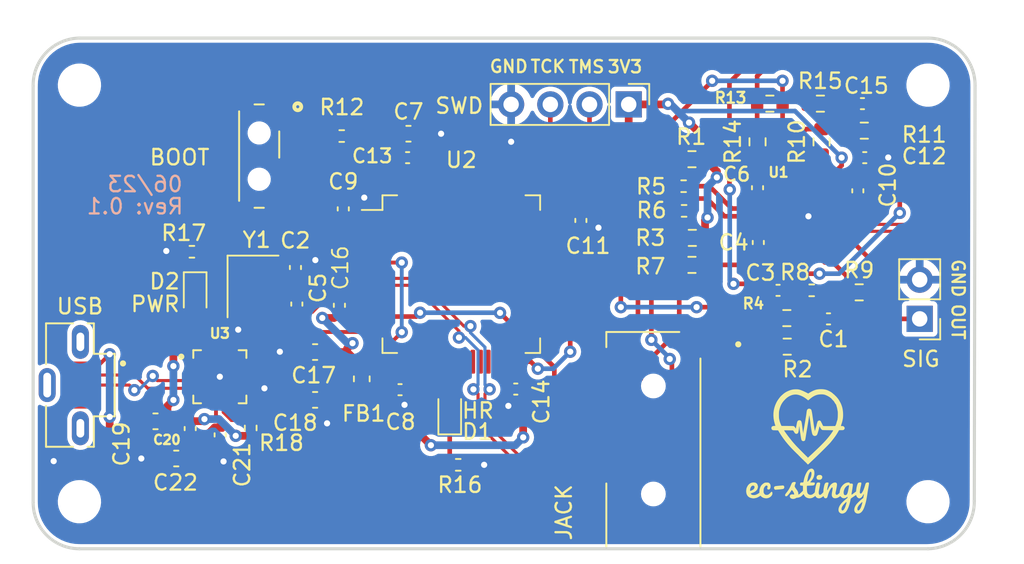
<source format=kicad_pcb>
(kicad_pcb (version 20211014) (generator pcbnew)
  (title_block (title "ec-stingy") (date "2023-07-19") (rev "0.1") (company "Steve Farra"))
  (layers (0 "F.Cu" signal) (31 "B.Cu" signal) (34 "B.Paste" user) (35 "F.Paste" user) (36 "B.SilkS" user "B.Silkscreen") (37 "F.SilkS" user "F.Silkscreen") (38 "B.Mask" user) (39 "F.Mask" user) (44 "Edge.Cuts" user))
  (net 0 "")
  (net 1 "Net-(C1-Pad1)")
  (net 2 "/ADC1_IN1")
  (net 3 "/RCC_OSC_IN")
  (net 4 "GND")
  (net 5 "/OPAMP+")
  (net 6 "/REFOUT")
  (net 7 "/RLDFB")
  (net 8 "/RLD")
  (net 9 "/RCC_OSC_OUT")
  (net 10 "/HPDRIVE")
  (net 11 "/HPSENSE")
  (net 12 "+3.3V")
  (net 13 "/NRST")
  (net 14 "/REFIN")
  (net 15 "/SW")
  (net 16 "+3.3VA")
  (net 17 "+5V")
  (net 18 "/HR_LED_K")
  (net 19 "/LED")
  (net 20 "/PWR_LED_K")
  (net 21 "/RL")
  (net 23 "/LA")
  (net 24 "/RA")
  (net 25 "/TMS")
  (net 26 "/TCK")
  (net 27 "/USB_D-")
  (net 28 "/USB_D+")
  (net 30 "/IAOUT")
  (net 31 "/IN+")
  (net 32 "/IN-")
  (net 33 "/OPAMP-")
  (net 34 "/SW_BOOT0")
  (net 35 "/BOOT0")
  (net 36 "Net-(R13-Pad1)")
  (net 37 "Net-(R18-Pad2)")
  (net 38 "/AD8232_LOD_N")
  (net 39 "/AD8232_LOD_P")
  (net 43 "unconnected-(U2-Pad8)")
  (net 46 "/USART2_TX")
  (footprint "Capacitor_SMD:C_0402_1005Metric" (layer "F.Cu") (at 98.82 29.92 -90)
    (fp_text reference "C10")
    (fp_text value "100n")
  )
  (footprint "AD8232:LFCSP_20" (layer "F.Cu") (at 95.62 31.57)
    (fp_text reference "U1")
    (fp_text value "AD8232")
  )
  (footprint "Resistor_SMD:R_0603_1608Metric" (layer "F.Cu") (at 96.395 24.27)
    (fp_text reference "R15")
    (fp_text value "1.27Meg")
  )
  (footprint "Inductor_SMD:L_0603_1608Metric" (layer "F.Cu") (at 66.67 42.1075 -90)
    (fp_text reference "FB1")
    (fp_text value "120R")
  )
  (footprint "105133-0011:MOLEX_105133-0011" (layer "F.Cu") (at 48.43 42.51 -90)
    (fp_text reference "J4")
    (fp_text value "105133-0011")
  )
  (footprint "Resistor_SMD:R_0603_1608Metric" (layer "F.Cu") (at 99.24 26.02)
    (fp_text reference "R11")
    (fp_text value "10Meg")
  )
  (footprint "MountingHole:MountingHole_2.2mm_M2" (layer "F.Cu") (at 48.37 23.07)
    (fp_text reference "H4")
    (fp_text value "MountingHole")
  )
  (footprint "Capacitor_SMD:C_0402_1005Metric" (layer "F.Cu") (at 96.92 38.22)
    (fp_text reference "C1")
    (fp_text value "1.5n")
  )
  (footprint "Resistor_SMD:R_0603_1608Metric" (layer "F.Cu") (at 88.095 32.97 180)
    (fp_text reference "R3")
    (fp_text value "10Meg")
  )
  (footprint "Capacitor_SMD:C_0402_1005Metric" (layer "F.Cu") (at 62.46 37.26 -90)
    (fp_text reference "C5")
    (fp_text value "10p")
  )
  (footprint "LED_SMD:LED_0603_1608Metric" (layer "F.Cu") (at 72.37 44.22 90)
    (fp_text reference "D1")
    (fp_text value "LED")
  )
  (footprint "Capacitor_SMD:C_0603_1608Metric" (layer "F.Cu") (at 53.3 44.86 180)
    (fp_text reference "C19")
    (fp_text value "4.7u")
  )
  (footprint "Resistor_SMD:R_0603_1608Metric" (layer "F.Cu") (at 92.32 26.745 90)
    (fp_text reference "R14")
    (fp_text value "9.09Meg")
  )
  (footprint "Capacitor_SMD:C_0402_1005Metric" (layer "F.Cu") (at 76.65 42.77 180)
    (fp_text reference "C14")
    (fp_text value "100n")
  )
  (footprint "MountingHole:MountingHole_2.2mm_M2" (layer "F.Cu") (at 48.37 50.07)
    (fp_text reference "H1")
    (fp_text value "MountingHole")
  )
  (footprint "Capacitor_SMD:C_0402_1005Metric" (layer "F.Cu") (at 65.22 37.34 90)
    (fp_text reference "C16")
    (fp_text value "10n")
  )
  (footprint "Capacitor_SMD:C_0402_1005Metric" (layer "F.Cu") (at 99.27 27.77 180)
    (fp_text reference "C12")
    (fp_text value "100n")
  )
  (footprint "PCM12SMTR:SW_PCM12SMTR" (layer "F.Cu") (at 60.02 27.67 -90)
    (fp_text reference "SW1")
    (fp_text value "PCM12SMTR")
  )
  (footprint "Capacitor_SMD:C_0402_1005Metric" (layer "F.Cu") (at 92.32 29.72 90)
    (fp_text reference "C6")
    (fp_text value "3300p")
  )
  (footprint "LOGO" (layer "F.Cu") (at 95.57 46.81)
    (fp_text reference "G***" hide)
    (fp_text value "LOGO" hide)
  )
  (footprint "Resistor_SMD:R_0603_1608Metric" (layer "F.Cu") (at 88.07 27.87 180)
    (fp_text reference "R1")
    (fp_text value "10Meg")
  )
  (footprint "Capacitor_SMD:C_0603_1608Metric" (layer "F.Cu") (at 69.695 26.22)
    (fp_text reference "C7")
    (fp_text value "10u")
  )
  (footprint "Resistor_SMD:R_0603_1608Metric" (layer "F.Cu") (at 93.12 24.27)
    (fp_text reference "R13")
    (fp_text value "9.09Meg")
  )
  (footprint "Resistor_SMD:R_0603_1608Metric" (layer "F.Cu") (at 88.07 34.72 180)
    (fp_text reference "R7")
    (fp_text value "360k")
  )
  (footprint "Capacitor_SMD:C_0402_1005Metric" (layer "F.Cu") (at 93.65 36.37)
    (fp_text reference "C3")
    (fp_text value "10n")
  )
  (footprint "MountingHole:MountingHole_2.2mm_M2" (layer "F.Cu") (at 103.37 50.07)
    (fp_text reference "H2")
    (fp_text value "MountingHole")
  )
  (footprint "Capacitor_SMD:C_0402_1005Metric" (layer "F.Cu") (at 65.47 31.09 90)
    (fp_text reference "C9")
    (fp_text value "100n")
  )
  (footprint "Connector_PinHeader_2.54mm:PinHeader_1x02_P2.54mm_Vertical" (layer "F.Cu") (at 102.83 38.22 180)
    (fp_text reference "J2")
    (fp_text value "Conn_01x02_Male")
  )
  (footprint "Capacitor_SMD:C_0402_1005Metric" (layer "F.Cu") (at 99.12 24.27 180)
    (fp_text reference "C15")
    (fp_text value "3300p")
  )
  (footprint "Capacitor_SMD:C_0402_1005Metric" (layer "F.Cu") (at 62.37 34.89 90)
    (fp_text reference "C2")
    (fp_text value "10p")
  )
  (footprint "Resistor_SMD:R_0402_1005Metric" (layer "F.Cu") (at 65.37 26.37)
    (fp_text reference "R12")
    (fp_text value "10k")
  )
  (footprint "Capacitor_SMD:C_0603_1608Metric" (layer "F.Cu") (at 63.645 40.37 180)
    (fp_text reference "C17")
    (fp_text value "1u")
  )
  (footprint "Resistor_SMD:R_0402_1005Metric" (layer "F.Cu") (at 87.56 31.22 180)
    (fp_text reference "R6")
    (fp_text value "180k")
  )
  (footprint "Resistor_SMD:R_0603_1608Metric" (layer "F.Cu") (at 94.22 38.17)
    (fp_text reference "R4")
    (fp_text value "287k")
  )
  (footprint "Resistor_SMD:R_0402_1005Metric" (layer "F.Cu") (at 87.53 29.62 180)
    (fp_text reference "R5")
    (fp_text value "180k")
  )
  (footprint "Resistor_SMD:R_0402_1005Metric" (layer "F.Cu") (at 95.83 36.37)
    (fp_text reference "R8")
    (fp_text value "100k")
  )
  (footprint "CP2102N-A02-GQFN20R:SILABS_CP2102N-A02-GQFN20R" (layer "F.Cu") (at 57.47 41.97)
    (fp_text reference "U3")
    (fp_text value "CP2102N-A02-GQFN20R")
  )
  (footprint "Resistor_SMD:R_0603_1608Metric" (layer "F.Cu") (at 96.47 26.745 -90)
    (fp_text reference "R10")
    (fp_text value "10Meg")
  )
  (footprint "PJ-320D-A:HRO_PJ-320D-A" (layer "F.Cu") (at 85.57 46.07 90)
    (fp_text reference "J1")
    (fp_text value "PJ-320D-A")
  )
  (footprint "LED_SMD:LED_0603_1608Metric" (layer "F.Cu") (at 55.87 36.6825 -90)
    (fp_text reference "D2")
    (fp_text value "LED")
  )
  (footprint "Resistor_SMD:R_0603_1608Metric" (layer "F.Cu") (at 98.91 36.5)
    (fp_text reference "R9")
    (fp_text value "1Meg")
  )
  (footprint "Capacitor_SMD:C_0402_1005Metric" (layer "F.Cu") (at 69.15 42.81)
    (fp_text reference "C8")
    (fp_text value "100n")
  )
  (footprint "Resistor_SMD:R_0402_1005Metric" (layer "F.Cu") (at 72.92 47.68)
    (fp_text reference "R16")
    (fp_text value "1k")
  )
  (footprint "Capacitor_SMD:C_0402_1005Metric" (layer "F.Cu") (at 55.55 45.33 -90)
    (fp_text reference "C20")
    (fp_text value "100n")
  )
  (footprint "Capacitor_SMD:C_0603_1608Metric" (layer "F.Cu") (at 54.645 47.27 180)
    (fp_text reference "C22")
    (fp_text value "4.7u")
  )
  (footprint "Resistor_SMD:R_0402_1005Metric" (layer "F.Cu") (at 59.47 45.29 90)
    (fp_text reference "R18")
    (fp_text value "1k")
  )
  (footprint "Connector_PinHeader_2.54mm:PinHeader_1x04_P2.54mm_Vertical" (layer "F.Cu") (at 83.97 24.32 -90)
    (fp_text reference "J3")
    (fp_text value "Conn_01x04_Male")
  )
  (footprint "Crystal:Crystal_SMD_3225-4Pin_3.2x2.5mm" (layer "F.Cu") (at 59.62 36.12 -90)
    (fp_text reference "Y1")
    (fp_text value "16MHz")
  )
  (footprint "Capacitor_SMD:C_0603_1608Metric" (layer "F.Cu") (at 63.645 43.47)
    (fp_text reference "C18")
    (fp_text value "1u")
  )
  (footprint "Capacitor_SMD:C_0402_1005Metric" (layer "F.Cu") (at 69.64 27.77)
    (fp_text reference "C13")
    (fp_text value "100n")
  )
  (footprint "Capacitor_SMD:C_0402_1005Metric" (layer "F.Cu") (at 57.49 45.74 -90)
    (fp_text reference "C21")
    (fp_text value "100n")
  )
  (footprint "Capacitor_SMD:C_0402_1005Metric" (layer "F.Cu") (at 80.87 31.84 -90)
    (fp_text reference "C11")
    (fp_text value "100n")
  )
  (footprint "MountingHole:MountingHole_2.2mm_M2" (layer "F.Cu") (at 103.37 23.07)
    (fp_text reference "H3")
    (fp_text value "MountingHole")
  )
  (footprint "Resistor_SMD:R_0402_1005Metric" (layer "F.Cu") (at 55.66 33.87 180)
    (fp_text reference "R17")
    (fp_text value "1k")
  )
  (footprint "Package_QFP:LQFP-64_10x10mm_P0.5mm" (layer "F.Cu") (at 73.12 35.32)
    (fp_text reference "U2")
    (fp_text value "STM32F334R8T6")
  )
  (footprint "Capacitor_SMD:C_0402_1005Metric" (layer "F.Cu") (at 92.37 33.27 -90)
    (fp_text reference "C4")
    (fp_text value "1n")
  )
  (footprint "Resistor_SMD:R_0603_1608Metric" (layer "F.Cu") (at 94.245 40.02 180)
    (fp_text reference "R2")
    (fp_text value "287k")
  )
  (gr_line (start 45.37 23.12) (end 45.37 50.12) (layer "Edge.Cuts") (width 0.2))
  (gr_arc (start 45.37 23.12) (mid 46.227725 20.948436) (end 48.37 20.02) (layer "Edge.Cuts") (width 0.2))
  (gr_arc (start 48.37 53.12) (mid 46.24868 52.24132) (end 45.37 50.12) (layer "Edge.Cuts") (width 0.2))
  (gr_arc (start 106.37 50.02) (mid 105.512275 52.191564) (end 103.37 53.12) (layer "Edge.Cuts") (width 0.2))
  (gr_line (start 103.37 53.12) (end 48.37 53.12) (layer "Edge.Cuts") (width 0.2))
  (gr_arc (start 103.37 20.02) (mid 105.544571 20.93137) (end 106.419576 23.120826) (layer "Edge.Cuts") (width 0.2))
  (gr_line (start 106.419576 23.120826) (end 106.37 50.02) (layer "Edge.Cuts") (width 0.2))
  (gr_line (start 48.37 20.02) (end 103.37 20.02) (layer "Edge.Cuts") (width 0.2))
  (gr_text "06/23" (at 52.62 29.49) (layer "B.SilkS") (effects (font (size 1 1)) (justify mirror)))
  (gr_text "Rev: 0.1" (at 51.97 30.93) (layer "B.SilkS") (effects (font (size 1 1)) (justify mirror)))
  (gr_text "JACK" (at 79.77 50.76 90) (layer "F.SilkS") (effects (font (size 1 1))))
  (gr_text "TCK" (at 78.73 21.86) (layer "F.SilkS") (effects (font (size 0.8 0.8))))
  (gr_text "HR" (at 74.2 44.17) (layer "F.SilkS") (effects (font (size 1 1))))
  (gr_text "SWD" (at 72.99 24.41) (layer "F.SilkS") (effects (font (size 1 1))))
  (gr_text "SIG" (at 102.91 40.82) (layer "F.SilkS") (effects (font (size 1 1))))
  (gr_text "BOOT" (at 54.86 27.75) (layer "F.SilkS") (effects (font (size 1 1))))
  (gr_text "GND" (at 76.2 21.86) (layer "F.SilkS") (effects (font (size 0.8 0.8))))
  (gr_text "GND" (at 105.32 35.59 270) (layer "F.SilkS") (effects (font (size 0.8 0.8))))
  (gr_text "OUT" (at 105.32 38.41 270) (layer "F.SilkS") (effects (font (size 0.8 0.8))))
  (gr_text "TMS" (at 81.24 21.88) (layer "F.SilkS") (effects (font (size 0.8 0.8))))
  (gr_text "USB" (at 48.4 37.41) (layer "F.SilkS") (effects (font (size 1 1))))
  (gr_text "3V3" (at 83.73 21.88) (layer "F.SilkS") (effects (font (size 0.8 0.8))))
  (gr_text "PWR" (at 53.28 37.26) (layer "F.SilkS") (effects (font (size 1 1))))
  (segment (start 96.44 38.22) (end 95.095 38.22) (width 0.3) (layer "F.Cu") (net 1))
  (segment (start 95.045 39.995) (end 95.07 40.02) (width 0.3) (layer "F.Cu") (net 1))
  (segment (start 95.045 38.17) (end 95.045 39.995) (width 0.3) (layer "F.Cu") (net 1))
  (segment (start 95.095 38.22) (end 95.045 38.17) (width 0.3) (layer "F.Cu") (net 1))
  (segment (start 99.74 34.48) (end 99.74 36.495) (width 0.3) (layer "F.Cu") (net 2))
  (segment (start 98.68 33.42) (end 99.74 34.48) (width 0.3) (layer "F.Cu") (net 2))
  (segment (start 99.735 45.325) (end 94.45 50.61) (width 0.3) (layer "F.Cu") (net 2))
  (segment (start 99.71 38.22) (end 102.83 38.22) (width 0.3) (layer "F.Cu") (net 2))
  (segment (start 82.01 50.61) (end 79.16 47.76) (width 0.3) (layer "F.Cu") (net 2))
  (segment (start 67.445 38.07) (end 70.2 38.07) (width 0.3) (layer "F.Cu") (net 2))
  (segment (start 99.735 38.195) (end 99.735 45.325) (width 0.3) (layer "F.Cu") (net 2))
  (segment (start 99.735 36.5) (end 99.735 38.195) (width 0.3) (layer "F.Cu") (net 2))
  (segment (start 96.62 33.42) (end 98.68 33.42) (width 0.3) (layer "F.Cu") (net 2))
  (segment (start 97.4 38.22) (end 98.77 38.22) (width 0.3) (layer "F.Cu") (net 2))
  (segment (start 79.16 47.5) (end 79.15 47.49) (width 0.3) (layer "F.Cu") (net 2))
  (segment (start 79.15 47.49) (end 79.15 41.35) (width 0.3) (layer "F.Cu") (net 2))
  (segment (start 99.735 38.195) (end 99.71 38.22) (width 0.3) (layer "F.Cu") (net 2))
  (segment (start 94.45 50.61) (end 82.01 50.61) (width 0.3) (layer "F.Cu") (net 2))
  (segment (start 70.2 38.07) (end 70.45 37.82) (width 0.3) (layer "F.Cu") (net 2))
  (segment (start 99.74 36.495) (end 99.735 36.5) (width 0.3) (layer "F.Cu") (net 2))
  (segment (start 79.15 41.35) (end 75.63 37.83) (width 0.3) (layer "F.Cu") (net 2))
  (segment (start 98.77 38.22) (end 99.71 38.22) (width 0.3) (layer "F.Cu") (net 2))
  (segment (start 79.16 47.76) (end 79.16 47.5) (width 0.3) (layer "F.Cu") (net 2))
  (via (at 70.45 37.82) (size 0.8) (drill 0.4) (layers "F.Cu" "B.Cu") (net 2))
  (via (at 75.63 37.83) (size 0.8) (drill 0.4) (layers "F.Cu" "B.Cu") (net 2))
  (segment (start 75.62 37.82) (end 70.45 37.82) (width 0.3) (layer "B.Cu") (net 2))
  (segment (start 75.63 37.83) (end 75.62 37.82) (width 0.3) (layer "B.Cu") (net 2))
  (segment (start 64.32 35.37) (end 62.37 35.37) (width 0.3) (layer "F.Cu") (net 3))
  (segment (start 62.37 35.37) (end 61.67 36.07) (width 0.3) (layer "F.Cu") (net 3))
  (segment (start 59.52 36.07) (end 58.77 35.32) (width 0.3) (layer "F.Cu") (net 3))
  (segment (start 67.445 33.57) (end 66.12 33.57) (width 0.3) (layer "F.Cu") (net 3))
  (segment (start 58.77 35.32) (end 58.77 35.02) (width 0.3) (layer "F.Cu") (net 3))
  (segment (start 61.67 36.07) (end 59.52 36.07) (width 0.3) (layer "F.Cu") (net 3))
  (segment (start 66.12 33.57) (end 64.32 35.37) (width 0.3) (layer "F.Cu") (net 3))
  (segment (start 78.795 32.07) (end 79.72 32.07) (width 0.3) (layer "F.Cu") (net 4))
  (segment (start 66.58 30.61) (end 66.83 30.36) (width 0.3) (layer "F.Cu") (net 4))
  (segment (start 70.47 27.22) (end 70.47 26.22) (width 0.3) (layer "F.Cu") (net 4))
  (segment (start 63.26 29.92) (end 63.96 30.62) (width 0.3) (layer "F.Cu") (net 4))
  (segment (start 57.49 46.22) (end 57.49 47.24) (width 0.3) (layer "F.Cu") (net 4))
  (segment (start 66.52 37.07) (end 66.27 36.82) (width 0.3) (layer "F.Cu") (net 4))
  (segment (start 47.58 43.81) (end 46.71 44.68) (width 0.3) (layer "F.Cu") (net 4))
  (segment (start 96.12 31.07) (end 95.62 31.57) (width 0.3) (layer "F.Cu") (net 4))
  (segment (start 62.46 37.74) (end 63.45 37.74) (width 0.3) (layer "F.Cu") (net 4))
  (segment (start 55.74 45.76) (end 55.72 45.78) (width 0.3) (layer "F.Cu") (net 4))
  (segment (start 69.87 40.995) (end 69.87 42.57) (width 0.25) (layer "F.Cu") (net 4))
  (segment (start 82 32.32) (end 82.01 32.31) (width 0.3) (layer "F.Cu") (net 4))
  (segment (start 64.59 37.28) (end 65.01 36.86) (width 0.3) (layer "F.Cu") (net 4))
  (segment (start 61.605 38.595) (end 59.535 38.595) (width 0.3) (layer "F.Cu") (net 4))
  (segment (start 63.96 30.62) (end 65.46 30.62) (width 0.3) (layer "F.Cu") (net 4))
  (segment (start 96.62 29.72) (end 96.62 30.57) (width 0.3) (layer "F.Cu") (net 4))
  (segment (start 58.77 37.83) (end 58.77 37.22) (width 0.3) (layer "F.Cu") (net 4))
  (segment (start 62.46 37.74) (end 61.605 38.595) (width 0.3) (layer "F.Cu") (net 4))
  (segment (start 57.22 41.72) (end 56.3 41.72) (width 0.3) (layer "F.Cu") (net 4))
  (segment (start 97.47 31.07) (end 96.12 31.07) (width 0.3) (layer "F.Cu") (net 4))
  (segment (start 59.535 38.595) (end 58.77 37.83) (width 0.3) (layer "F.Cu") (net 4))
  (segment (start 63.91 37.28) (end 64.59 37.28) (width 0.3) (layer "F.Cu") (net 4))
  (segment (start 76.37 41.92) (end 76.17 42.12) (width 0.3) (layer "F.Cu") (net 4))
  (segment (start 100.7805 27.77) (end 100.7905 27.76) (width 0.3) (layer "F.Cu") (net 4))
  (segment (start 70.12 28.47) (end 70.12 27.77) (width 0.3) (layer "F.Cu") (net 4))
  (segment (start 65.46 30.62) (end 65.47 30.61) (width 0.3) (layer "F.Cu") (net 4))
  (segment (start 76.37 40.995) (end 76.37 41.92) (width 0.3) (layer "F.Cu") (net 4))
  (segment (start 76.17 42.12) (end 76.17 42.77) (width 0.3) (layer "F.Cu") (net 4))
  (segment (start 61.64 34.41) (end 62.37 34.41) (width 0.3) (layer "F.Cu") (net 4))
  (segment (start 70.47 26.22) (end 71.81 26.22) (width 0.3) (layer "F.Cu") (net 4))
  (segment (start 53.87 47.27) (end 52.6 46) (width 0.3) (layer "F.Cu") (net 4))
  (segment (start 61.03 35.02) (end 61.64 34.41) (width 0.3) (layer "F.Cu") (net 4))
  (segment (start 54.05 33.87) (end 54 33.82) (width 0.3) (layer "F.Cu") (net 4))
  (segment (start 69.87 42.57) (end 69.63 42.81) (width 0.25) (layer "F.Cu") (net 4))
  (segment (start 67.445 37.07) (end 66.52 37.07) (width 0.3) (layer "F.Cu") (net 4))
  (segment (start 98.82 30.4) (end 98.79 30.4) (width 0.3) (layer "F.Cu") (net 4))
  (segment (start 99.76 27.78) (end 99.75 27.77) (width 0.3) (layer "F.Cu") (net 4))
  (segment (start 80.87 32.32) (end 82 32.32) (width 0.3) (layer "F.Cu") (net 4))
  (segment (start 60.47 35.02) (end 61.03 35.02) (width 0.3) (layer "F.Cu") (net 4))
  (segment (start 55.33 45.81) (end 53.87 47.27) (width 0.3) (layer "F.Cu") (net 4))
  (segment (start 55.15 33.87) (end 54.05 33.87) (width 0.3) (layer "F.Cu") (net 4))
  (segment (start 79.72 32.07) (end 79.97 32.32) (width 0.3) (layer "F.Cu") (net 4))
  (segment (start 76.17 42.77) (end 76.17 43.86) (width 0.3) (layer "F.Cu") (net 4))
  (segment (start 76.35 24.32) (end 76.35 26.74) (width 0.3) (layer "F.Cu") (net 4))
  (segment (start 100.065 27.035) (end 100.065 26.02) (width 0.3) (layer "F.Cu") (net 4))
  (segment (start 58.77 38.81) (end 58.66 38.92) (width 0.3) (layer "F.Cu") (net 4))
  (segment (start 73.43 47.68) (end 74.6 47.68) (width 0.3) (layer "F.Cu") (net 4))
  (segment (start 57.49 47.24) (end 57.71 47.46) (width 0.3) (layer "F.Cu") (net 4))
  (segment (start 52.6 46) (end 52.6 44.935) (width 0.3) (layer "F.Cu") (net 4))
  (segment (start 53.87 47.27) (end 52.38 47.27) (width 0.3) (layer "F.Cu") (net 4))
  (segment (start 58.77 37.22) (end 58.77 38.81) (width 0.3) (layer "F.Cu") (net 4))
  (segment (start 55.55 45.81) (end 55.33 45.81) (width 0.3) (layer "F.Cu") (net 4))
  (segment (start 46.71 44.68) (end 46.7 44.69) (width 0.3) (layer "F.Cu") (net 4))
  (segment (start 98.12 31.07) (end 97.47 31.07) (width 0.3) (layer "F.Cu") (net 4))
  (segment (start 69.87 28.72) (end 70.12 28.47) (width 0.3) (layer "F.Cu") (net 4))
  (segment (start 70.12 27.57) (end 70.47 27.22) (width 0.3) (layer "F.Cu") (net 4))
  (segment (start 59.02 42.72) (end 60.36 42.72) (width 0.3) (layer "F.Cu") (net 4))
  (segment (start 62.87 40.37) (end 61.38 40.37) (width 0.3) (layer "F.Cu") (net 4))
  (segment (start 69.87 29.645) (end 69.87 28.72) (width 0.3) (layer "F.Cu") (net 4))
  (segment (start 48.18 43.81) (end 47.58 43.81) (width 0.3) (layer "F.Cu") (net 4))
  (segment (start 70.12 27.77) (end 70.12 27.57) (width 0.3) (layer "F.Cu") (net 4))
  (segment (start 61.77 29.92) (end 63.26 29.92) (width 0.3) (layer "F.Cu") (net 4))
  (segment (start 57.47 41.97) (end 57.22 41.72) (width 0.3) (layer "F.Cu") (net 4))
  (segment (start 99.75 27.77) (end 100.7805 27.77) (width 0.3) (layer "F.Cu") (net 4))
  (segment (start 58.22 42.72) (end 57.47 41.97) (width 0.3) (layer "F.Cu") (net 4))
  (segment (start 61.38 40.37) (end 61.36 40.35) (width 0.3) (layer "F.Cu") (net 4))
  (segment (start 66.27 36.82) (end 65.26 36.82) (width 0.3) (layer "F.Cu") (net 4))
  (segment (start 63.45 37.74) (end 63.91 37.28) (width 0.3) (layer "F.Cu") (net 4))
  (segment (start 69.63 42.81) (end 69.63 43.6) (width 0.25) (layer "F.Cu") (net 4))
  (segment (start 62.37 34.41) (end 63.66 34.41) (width 0.3) (layer "F.Cu") (net 4))
  (segment (start 96.62 30.57) (end 95.62 31.57) (width 0.3) (layer "F.Cu") (net 4))
  (segment (start 79.97 32.32) (end 80.87 32.32) (width 0.3) (layer "F.Cu") (net 4))
  (segment (start 65.47 30.61) (end 66.58 30.61) (width 0.3) (layer "F.Cu") (net 4))
  (segment (start 69.63 43.6) (end 69.44 43.79) (width 0.25) (layer "F.Cu") (net 4))
  (segment (start 65.26 36.82) (end 65.22 36.86) (width 0.3) (layer "F.Cu") (net 4))
  (segment (start 64.42 43.47) (end 64.42 44.99) (width 0.3) (layer "F.Cu") (net 4))
  (segment (start 99.75 27.35) (end 100.065 27.035) (width 0.3) (layer "F.Cu") (net 4))
  (segment (start 59.02 42.72) (end 58.22 42.72) (width 0.3) (layer "F.Cu") (net 4))
  (segment (start 52.6 44.935) (end 52.525 44.86) (width 0.3) (layer "F.Cu") (net 4))
  (segment (start 46.7 44.69) (end 46.7 47.44) (width 0.3) (layer "F.Cu") (net 4))
  (segment (start 98.79 30.4) (end 98.12 31.07) (width 0.3) (layer "F.Cu") (net 4))
  (segment (start 65.01 36.86) (end 65.22 36.86) (width 0.3) (layer "F.Cu") (net 4))
  (segment (start 99.75 27.77) (end 99.75 27.35) (width 0.3) (layer "F.Cu") (net 4))
  (via (at 52.38 47.27) (size 0.8) (drill 0.4) (layers "F.Cu" "B.Cu") (net 4))
  (via (at 60.36 42.72) (size 0.8) (drill 0.4) (layers "F.Cu" "B.Cu") (net 4))
  (via (at 76.17 43.86) (size 0.8) (drill 0.4) (layers "F.Cu" "B.Cu") (net 4))
  (via (at 63.66 34.41) (size 0.8) (drill 0.4) (layers "F.Cu" "B.Cu") (net 4))
  (via (at 57.71 47.46) (size 0.8) (drill 0.4) (layers "F.Cu" "B.Cu") (net 4))
  (via (at 64.42 44.99) (size 0.8) (drill 0.4) (layers "F.Cu" "B.Cu") (net 4))
  (via (at 82.01 32.31) (size 0.8) (drill 0.4) (layers "F.Cu" "B.Cu") (net 4))
  (via (at 57.47 41.97) (size 0.8) (drill 0.4) (layers "F.Cu" "B.Cu") (net 4))
  (via (at 58.66 38.92) (size 0.8) (drill 0.4) (layers "F.Cu" "B.Cu") (net 4))
  (via (at 95.62 31.57) (size 0.8) (drill 0.4) (layers "F.Cu" "B.Cu") (net 4))
  (via (at 46.7 47.44) (size 0.8) (drill 0.4) (layers "F.Cu" "B.Cu") (net 4))
  (via (at 61.36 40.35) (size 0.8) (drill 0.4) (layers "F.Cu" "B.Cu") (net 4))
  (via (at 66.83 30.36) (size 0.8) (drill 0.4) (layers "F.Cu" "B.Cu") (net 4))
  (via (at 69.44 43.79) (size 0.8) (drill 0.4) (layers "F.Cu" "B.Cu") (net 4))
  (via (at 71.81 26.22) (size 0.8) (drill 0.4) (layers "F.Cu" "B.Cu") (net 4))
  (via (at 76.35 26.74) (size 0.8) (drill 0.4) (layers "F.Cu" "B.Cu") (net 4))
  (via (at 54 33.82) (size 0.8) (drill 0.4) (layers "F.Cu" "B.Cu") (net 4))
  (via (at 100.7905 27.76) (size 0.8) (drill 0.4) (layers "F.Cu" "B.Cu") (net 4))
  (via (at 74.6 47.68) (size 0.8) (drill 0.4) (layers "F.Cu" "B.Cu") (net 4))
  (segment (start 93.4 37.16) (end 93.4 38.165) (width 0.3) (layer "F.Cu") (net 5))
  (segment (start 93.17 36.37) (end 93.17 35.945) (width 0.3) (layer "F.Cu") (net 5))
  (segment (start 95.12 33.995) (end 95.12 33.42) (width 0.3) (layer "F.Cu") (net 5))
  (segment (start 93.17 37.945) (end 93.395 38.17) (width 0.3) (layer "F.Cu") (net 5))
  (segment (start 93.17 36.93) (end 93.4 37.16) (width 0.3) (layer "F.Cu") (net 5))
  (segment (start 93.17 36.37) (end 93.17 36.93) (width 0.3) (layer "F.Cu") (net 5))
  (segment (start 93.4 38.165) (end 93.395 38.17) (width 0.3) (layer "F.Cu") (net 5))
  (segment (start 93.17 35.945) (end 95.12 33.995) (width 0.3) (layer "F.Cu") (net 5))
  (segment (start 95.62 34.77) (end 95.62 33.42) (width 0.3) (layer "F.Cu") (net 6))
  (segment (start 101.54 25.4) (end 101.54 31.35) (width 0.3) (layer "F.Cu") (net 6))
  (segment (start 96.34 35.29) (end 95.36 35.29) (width 0.3) (layer "F.Cu") (net 6))
  (segment (start 99.6 24.27) (end 100.41 24.27) (width 0.3) (layer "F.Cu") (net 6))
  (segment (start 100.41 24.27) (end 101.54 25.4) (width 0.3) (layer "F.Cu") (net 6))
  (segment (start 95.32 36.37) (end 94.13 36.37) (width 0.3) (layer "F.Cu") (net 6))
  (segment (start 95.36 35.29) (end 95.32 35.33) (width 0.3) (layer "F.Cu") (net 6))
  (segment (start 95.32 35.07) (end 95.62 34.77) (width 0.3) (layer "F.Cu") (net 6))
  (segment (start 95.32 35.33) (end 95.32 35.07) (width 0.3) (layer "F.Cu") (net 6))
  (segment (start 95.32 36.37) (end 95.32 35.33) (width 0.3) (layer "F.Cu") (net 6))
  (via (at 101.54 31.35) (size 0.8) (drill 0.4) (layers "F.Cu" "B.Cu") (net 6))
  (via (at 96.34 35.29) (size 0.8) (drill 0.4) (layers "F.Cu" "B.Cu") (net 6))
  (segment (start 101.54 31.35) (end 97.6 35.29) (width 0.3) (layer "B.Cu") (net 6))
  (segment (start 97.6 35.29) (end 96.34 35.29) (width 0.3) (layer "B.Cu") (net 6))
  (segment (start 92.37 32.79) (end 92.37 32.42) (width 0.3) (layer "F.Cu") (net 7))
  (segment (start 92.37 32.42) (end 92.72 32.07) (width 0.3) (layer "F.Cu") (net 7))
  (segment (start 92.72 32.07) (end 93.77 32.07) (width 0.3) (layer "F.Cu") (net 7))
  (segment (start 91.4 34.72) (end 92.37 33.75) (width 0.3) (layer "F.Cu") (net 8))
  (segment (start 92.59 33.75) (end 93.77 32.57) (width 0.3) (layer "F.Cu") (net 8))
  (segment (start 88.895 34.72) (end 91.4 34.72) (width 0.3) (layer "F.Cu") (net 8))
  (segment (start 92.37 33.75) (end 92.59 33.75) (width 0.3) (layer "F.Cu") (net 8))
  (segment (start 60.47 37.22) (end 60.91 36.78) (width 0.3) (layer "F.Cu") (net 9))
  (segment (start 60.91 36.78) (end 62.46 36.78) (width 0.3) (layer "F.Cu") (net 9))
  (segment (start 62.46 36.78) (end 63.858959 36.78) (width 0.3) (layer "F.Cu") (net 9))
  (segment (start 63.858959 36.78) (end 66.568959 34.07) (width 0.3) (layer "F.Cu") (net 9))
  (segment (start 66.568959 34.07) (end 67.445 34.07) (width 0.3) (layer "F.Cu") (net 9))
  (segment (start 93.4 30.2) (end 93.77 30.57) (width 0.3) (layer "F.Cu") (net 10))
  (segment (start 92.32 30.2) (end 93.4 30.2) (width 0.3) (layer "F.Cu") (net 10))
  (segment (start 93.19 29.24) (end 93.67 29.72) (width 0.3) (layer "F.Cu") (net 11))
  (segment (start 93.67 29.72) (end 94.62 29.72) (width 0.3) (layer "F.Cu") (net 11))
  (segment (start 92.32 29.24) (end 93.19 29.24) (width 0.3) (layer "F.Cu") (net 11))
  (segment (start 92.32 27.57) (end 92.32 29.24) (width 0.3) (layer "F.Cu") (net 11))
  (segment (start 61.67 22.49) (end 58.29 22.49) (width 0.5) (layer "F.Cu") (net 12))
  (segment (start 88.92 32.97) (end 88.92 31.81) (width 0.5) (layer "F.Cu") (net 12))
  (segment (start 96.47 27.57) (end 96.47 28.32) (width 0.3) (layer "F.Cu") (net 12))
  (segment (start 82.120661 31.36) (end 82.87 32.109339) (width 0.3) (layer "F.Cu") (net 12))
  (segment (start 54.46 38.88) (end 55.87 37.47) (width 0.5) (layer "F.Cu") (net 12))
  (segment (start 79.93 31.36) (end 80.87 31.36) (width 0.3) (layer "F.Cu") (net 12))
  (segment (start 62.09 45.84) (end 65.55 45.84) (width 0.5) (layer "F.Cu") (net 12))
  (segment (start 66.67 44.72) (end 66.67 42.895) (width 0.5) (layer "F.Cu") (net 12))
  (segment (start 68.12 25.42) (end 68.92 26.22) (width 0.5) (layer "F.Cu") (net 12))
  (segment (start 77.17 42.73) (end 77.13 42.77) (width 0.3) (layer "F.Cu") (net 12))
  (segment (start 68.92 27.17) (end 68.92 26.22) (width 0.3) (layer "F.Cu") (net 12))
  (segment (start 83.97 24.32) (end 86.48 24.32) (width 0.5) (layer "F.Cu") (net 12))
  (segment (start 97.38 28.67) (end 97.77 28.28) (width 0.3) (layer "F.Cu") (net 12))
  (segment (start 98.15 29.44) (end 98.82 29.44) (width 0.3) (layer "F.Cu") (net 12))
  (segment (start 70.37 42.36) (end 70.8 42.79) (width 0.3) (layer "F.Cu") (net 12))
  (segment (start 63.95 33.09) (end 65.47 31.57) (width 0.5) (layer "F.Cu") (net 12))
  (segment (start 63.36 25.42) (end 63.36 24.18) (width 0.5) (layer "F.Cu") (net 12))
  (segment (start 56.338625 44.85) (end 56.471608 44.717017) (width 0.5) (layer "F.Cu") (net 12))
  (segment (start 79.72 31.57) (end 79.93 31.36) (width 0.3) (layer "F.Cu") (net 12))
  (segment (start 80.87 31.36) (end 82.120661 31.36) (width 0.3) (layer "F.Cu") (net 12))
  (segment (start 54.075 44.86) (end 54.075 43.865) (width 0.5) (layer "F.Cu") (net 12))
  (segment (start 89.684691 29.048313) (end 89.684691 28.659691) (width 0.5) (layer "F.Cu") (net 12))
  (segment (start 69.16 27.77) (end 69.16 27.41) (width 0.3) (layer "F.Cu") (net 12))
  (segment (start 99.23 29.44) (end 99.93 30.14) (width 0.3) (layer "F.Cu") (net 12))
  (segment (start 57.08 37.47) (end 57.31 37.24) (width 0.5) (layer "F.Cu") (net 12))
  (segment (start 87.88 25.5) (end 88.9 26.52) (width 0.5) (layer "F.Cu") (net 12))
  (segment (start 97.38 28.67) (end 98.15 29.44) (width 0.3) (layer "F.Cu") (net 12))
  (segment (start 61.77 25.42) (end 63.36 25.42) (width 0.5) (layer "F.Cu") (net 12))
  (segment (start 63.36 25.42) (end 68.12 25.42) (width 0.5) (layer "F.Cu") (net 12))
  (segment (start 80.87 31.36) (end 80.87 29.74) (width 0.5) (layer "F.Cu") (net 12))
  (segment (start 88.92 31.81) (end 89.08 31.65) (width 0.5) (layer "F.Cu") (net 12))
  (segment (start 76.87 40.995) (end 76.87 41.82) (width 0.3) (layer "F.Cu") (net 12))
  (segment (start 86.48 24.32) (end 86.52 24.28) (width 0.5) (layer "F.Cu") (net 12))
  (segment (start 96.12 28.67) (end 96.12 29.72) (width 0.3) (layer "F.Cu") (net 12))
  (segment (start 56.19 31.26) (end 58.02 33.09) (width 0.5) (layer "F.Cu") (net 12))
  (segment (start 59.47 45.8) (end 62.05 45.8) (width 0.5) (layer "F.Cu") (net 12))
  (segment (start 77.17 42.12) (end 77.17 42.73) (width 0.3) (layer "F.Cu") (net 12))
  (segment (start 78.795 31.57) (end 79.72 31.57) (width 0.3) (layer "F.Cu") (net 12))
  (segment (start 63.36 24.18) (end 61.67 22.49) (width 0.5) (layer "F.Cu") (net 12))
  (segment (start 98.82 29.44) (end 99.23 29.44) (width 0.3) (layer "F.Cu") (net 12))
  (segment (start 57.31 33.8) (end 58.02 33.09) (width 0.5) (layer "F.Cu") (net 12))
  (segment (start 57.31 37.24) (end 57.31 33.8) (width 0.5) (layer "F.Cu") (net 12))
  (segment (start 70.58 45.84) (end 71.15 46.41) (width 0.5) (layer "F.Cu") (net 12))
  (segment (start 62.05 45.8) (end 62.09 45.84) (width 0.5) (layer "F.Cu") (net 12))
  (segment (start 97.47 30.57) (end 97.47 30.12) (width 0.3) (layer "F.Cu") (net 12))
  (segment (start 58.5 45.8) (end 59.47 45.8) (width 0.5) (layer "F.Cu") (net 12))
  (segment (start 82.87 32.109339) (end 82.87 35.86) (width 0.3) (layer "F.Cu") (net 12))
  (segment (start 80.18 38.55) (end 80.18 40.35) (width 0.3) (layer "F.Cu") (net 12))
  (segment (start 88.9 27.865) (end 88.895 27.87) (width 0.5) (layer "F.Cu") (net 12))
  (segment (start 55.87 37.47) (end 57.08 37.47) (width 0.5) (layer "F.Cu") (net 12))
  (segment (start 97.47 30.12) (end 98.15 29.44) (width 0.3) (layer "F.Cu") (net 12))
  (segment (start 77.13 45.9) (end 77.13 42.77) (width 0.5) (layer "F.Cu") (net 12))
  (segment (start 96.12 28.67) (end 97.38 28.67) (width 0.3) (layer "F.Cu") (net 12))
  (segment (start 55.55 44.85) (end 55.55 43.96) (width 0.5) (layer "F.Cu") (net 12))
  (segment (start 99.93 30.92) (end 99.28 31.57) (width 0.3) (layer "F.Cu") (net 12))
  (segment (start 97.47 31.57) (end 98.24 31.57) (width 0.3) (layer "F.Cu") (net 12))
  (segment (start 62.87 44.98) (end 62.87 43.47) (width 0.5) (layer "F.Cu") (net 12))
  (segment (start 97.77 28.28) (end 97.77 27.77) (width 0.3) (layer "F.Cu") (net 12))
  (segment (start 69.93 45.84) (end 70.58 45.84) (width 0.5) (layer "F.Cu") (net 12))
  (segment (start 83.97 26.6) (end 83.97 24.32) (width 0.5) (layer "F.Cu") (net 12))
  (segment (start 58.02 33.09) (end 63.95 33.09) (width 0.5) (layer "F.Cu") (net 12))
  (segment (start 76.87 40.995) (end 77.625 40.995) (width 0.3) (layer "F.Cu") (net 12))
  (segment (start 88.9 26.52) (end 88.9 27.865) (width 0.5) (layer "F.Cu") (net 12))
  (segment (start 69.16 28.51) (end 69.16 27.77) (width 0.3) (layer "F.Cu") (net 12))
  (segment (start 54.075 44.86) (end 55.54 44.86) (width 0.5) (layer "F.Cu") (net 12))
  (segment (start 83.99 26.62) (end 83.97 26.6) (width 0.3) (layer "F.Cu") (net 12))
  (segment (start 99.93 30.14) (end 99.93 30.92) (width 0.3) (layer "F.Cu") (net 12))
  (segment (start 55.54 44.86) (end 55.55 44.85) (width 0.5) (layer "F.Cu") (net 12))
  (segment (start 77.625 40.995) (end 78.08 41.45) (width 0.3) (layer "F.Cu") (net 12))
  (segment (start 55.55 44.85) (end 56.338625 44.85) (width 0.5) (layer "F.Cu") (net 12))
  (segment (start 65.47 31.57) (end 67.445 31.57) (width 0.3) (layer "F.Cu") (net 12))
  (segment (start 70.37 40.995) (end 70.37 42.36) (width 0.3) (layer "F.Cu") (net 12))
  (segment (start 55.55 43.96) (end 56.12 43.39) (width 0.5) (layer "F.Cu") (net 12))
  (segment (start 54.075 43.865) (end 54.46 43.48) (width 0.5) (layer "F.Cu") (net 12))
  (segment (start 89.684691 28.659691) (end 88.895 27.87) (width 0.5) (layer "F.Cu") (net 12))
  (segment (start 65.55 45.84) (end 69.93 45.84) (width 0.5) (layer "F.Cu") (net 12))
  (segment (start 69.93 45.84) (end 70.8 44.97) (width 0.5) (layer "F.Cu") (net 12))
  (segment (start 69.37 28.72) (end 69.16 28.51) (width 0.3) (layer "F.Cu") (net 12))
  (segment (start 96.47 28.32) (end 96.12 28.67) (width 0.3) (layer "F.Cu") (net 12))
  (segment (start 69.37 29.645) (end 69.37 28.72) (width 0.3) (layer "F.Cu") (net 12))
  (segment (start 80.87 29.74) (end 83.99 26.62) (width 0.5) (layer "F.Cu") (net 12))
  (segment (start 99.28 31.57) (end 98.24 31.57) (width 0.3) (layer "F.Cu") (net 12))
  (segment (start 56.19 24.59) (end 56.19 31.26) (width 0.5) (layer "F.Cu") (net 12))
  (segment (start 76.87 41.82) (end 77.17 42.12) (width 0.3) (layer "F.Cu") (net 12))
  (segment (start 98.24 31.57) (end 98.23 31.56) (width 0.3) (layer "F.Cu") (net 12))
  (segment (start 69.16 27.41) (end 68.92 27.17) (width 0.3) (layer "F.Cu") (net 12))
  (segment (start 70.8 44.97) (end 70.8 42.79) (width 0.5) (layer "F.Cu") (net 12))
  (segment (start 58.29 22.49) (end 56.19 24.59) (width 0.5) (layer "F.Cu") (net 12))
  (segment (start 54.46 41.28) (end 54.46 38.88) (width 0.5) (layer "F.Cu") (net 12))
  (segment (start 62.05 45.8) (end 62.87 44.98) (width 0.5) (layer "F.Cu") (net 12))
  (segment (start 82.87 35.86) (end 80.18 38.55) (width 0.3) (layer "F.Cu") (net 12))
  (segment (start 65.55 45.84) (end 66.67 44.72) (width 0.5) (layer "F.Cu") (net 12))
  (via (at 77.13 45.9) (size 0.8) (drill 0.4) (layers "F.Cu" "B.Cu") (net 12))
  (via (at 54.46 41.28) (size 0.8) (drill 0.4) (layers "F.Cu" "B.Cu") (net 12))
  (via (at 97.77 27.77) (size 0.8) (drill 0.4) (layers "F.Cu" "B.Cu") (net 12))
  (via (at 86.52 24.28) (size 0.8) (drill 0.4) (layers "F.Cu" "B.Cu") (net 12))
  (via (at 58.5 45.8) (size 0.8) (drill 0.4) (layers "F.Cu" "B.Cu") (net 12))
  (via (at 87.88 25.5) (size 0.8) (drill 0.4) (layers "F.Cu" "B.Cu") (net 12))
  (via (at 80.18 40.35) (size 0.8) (drill 0.4) (layers "F.Cu" "B.Cu") (net 12))
  (via (at 71.15 46.41) (size 0.8) (drill 0.4) (layers "F.Cu" "B.Cu") (net 12))
  (via (at 89.08 31.65) (size 0.8) (drill 0.4) (layers "F.Cu" "B.Cu") (net 12))
  (via (at 89.684691 29.048313) (size 0.8) (drill 0.4) (layers "F.Cu" "B.Cu") (net 12))
  (via (at 56.471608 44.717017) (size 0.8) (drill 0.4) (layers "F.Cu" "B.Cu") (net 12))
  (via (at 78.08 41.45) (size 0.8) (drill 0.4) (layers "F.Cu" "B.Cu") (net 12))
  (via (at 54.46 43.48) (size 0.8) (drill 0.4) (layers "F.Cu" "B.Cu") (net 12))
  (segment (start 79.08 41.45) (end 80.18 40.35) (width 0.3) (layer "B.Cu") (net 12))
  (segment (start 56.471608 44.717017) (end 57.417017 44.717017) (width 0.5) (layer "B.Cu") (net 12))
  (segment (start 76.62 46.41) (end 77.13 45.9) (width 0.5) (layer "B.Cu") (net 12))
  (segment (start 87.13 24.75) (end 87.88 25.5) (width 0.5) (layer "B.Cu") (net 12))
  (segment (start 89.08 31.65) (end 89.08 29.653004) (width 0.5) (layer "B.Cu") (net 12))
  (segment (start 94.75 24.75) (end 87.13 24.75) (width 0.3) (layer "B.Cu") (net 12))
  (segment (start 86.66 24.28) (end 87.13 24.75) (width 0.5) (layer "B.Cu") (net 12))
  (segment (start 57.417017 44.717017) (end 58.5 45.8) (width 0.5) (layer "B.Cu") (net 12))
  (segment (start 54.46 43.48) (end 54.46 41.28) (width 0.5) (layer "B.Cu") (net 12))
  (segment (start 71.15 46.41) (end 76.62 46.41) (width 0.5) (layer "B.Cu") (net 12))
  (segment (start 97.77 27.77) (end 94.75 24.75) (width 0.3) (layer "B.Cu") (net 12))
  (segment (start 86.52 24.28) (end 86.66 24.28) (width 0.5) (layer "B.Cu") (net 12))
  (segment (start 89.08 29.653004) (end 89.684691 29.048313) (width 0.5) (layer "B.Cu") (net 12))
  (segment (start 78.08 41.45) (end 79.08 41.45) (width 0.3) (layer "B.Cu") (net 12))
  (segment (start 68.46 42.6) (end 68.67 42.81) (width 0.25) (layer "F.Cu") (net 13))
  (segment (start 68.46 39.88) (end 69.26 39.08) (width 0.25) (layer "F.Cu") (net 13))
  (segment (start 68.46 39.88) (end 68.46 42.6) (width 0.25) (layer "F.Cu") (net 13))
  (segment (start 67.445 34.57) (end 69.26 34.57) (width 0.25) (layer "F.Cu") (net 13))
  (via (at 69.26 34.57) (size 0.8) (drill 0.4) (layers "F.Cu" "B.Cu") (net 13))
  (via (at 69.26 39.08) (size 0.8) (drill 0.4) (layers "F.Cu" "B.Cu") (net 13))
  (segment (start 69.26 34.57) (end 69.26 39.08) (width 0.25) (layer "B.Cu") (net 13))
  (segment (start 95.47 25.92) (end 96.47 25.92) (width 0.3) (layer "F.Cu") (net 14))
  (segment (start 98.79 27.02) (end 98.79 27.77) (width 0.3) (layer "F.Cu") (net 14))
  (segment (start 98.57 25.92) (end 98.67 26.02) (width 0.3) (layer "F.Cu") (net 14))
  (segment (start 98.415 26.02) (end 98.415 26.645) (width 0.3) (layer "F.Cu") (net 14))
  (segment (start 95.17 26.22) (end 95.47 25.92) (width 0.3) (layer "F.Cu") (net 14))
  (segment (start 95.62 28.67) (end 95.17 28.22) (width 0.3) (layer "F.Cu") (net 14))
  (segment (start 95.17 28.22) (end 95.17 26.22) (width 0.3) (layer "F.Cu") (net 14))
  (segment (start 98.415 26.645) (end 98.79 27.02) (width 0.3) (layer "F.Cu") (net 14))
  (segment (start 98.67 27.65) (end 98.79 27.77) (width 0.3) (layer "F.Cu") (net 14))
  (segment (start 95.62 29.72) (end 95.62 28.67) (width 0.3) (layer "F.Cu") (net 14))
  (segment (start 96.47 25.92) (end 98.315 25.92) (width 0.3) (layer "F.Cu") (net 14))
  (segment (start 98.315 25.92) (end 98.415 26.02) (width 0.3) (layer "F.Cu") (net 14))
  (segment (start 94.22 33.42) (end 94.62 33.42) (width 0.3) (layer "F.Cu") (net 15))
  (segment (start 97.22 24.27) (end 98.64 24.27) (width 0.3) (layer "F.Cu") (net 15))
  (segment (start 93.99 33.65) (end 94.22 33.42) (width 0.3) (layer "F.Cu") (net 15))
  (segment (start 90.5 29.82) (end 90.5 22.9) (width 0.3) (layer "F.Cu") (net 15))
  (segment (start 90.5 22.9) (end 92.54 20.86) (width 0.3) (layer "F.Cu") (net 15))
  (segment (start 91.72 35.95) (end 93.99 33.68) (width 0.3) (layer "F.Cu") (net 15))
  (segment (start 97.22 21.9) (end 97.22 24.27) (width 0.3) (layer "F.Cu") (net 15))
  (segment (start 90.52 29.84) (end 90.5 29.82) (width 0.3) (layer "F.Cu") (net 15))
  (segment (start 92.54 20.86) (end 96.18 20.86) (width 0.3) (layer "F.Cu") (net 15))
  (segment (start 90.76 35.95) (end 91.72 35.95) (width 0.3) (layer "F.Cu") (net 15))
  (segment (start 93.99 33.68) (end 93.99 33.65) (width 0.3) (layer "F.Cu") (net 15))
  (segment (start 96.18 20.86) (end 97.22 21.9) (width 0.3) (layer "F.Cu") (net 15))
  (via (at 90.52 29.84) (size 0.8) (drill 0.4) (layers "F.Cu" "B.Cu") (net 15))
  (via (at 90.76 35.95) (size 0.8) (drill 0.4) (layers "F.Cu" "B.Cu") (net 15))
  (segment (start 90.52 35.71) (end 90.76 35.95) (width 0.3) (layer "B.Cu") (net 15))
  (segment (start 90.52 29.84) (end 90.52 35.71) (width 0.3) (layer "B.Cu") (net 15))
  (segment (start 66.27 37.82) (end 65.22 37.82) (width 0.3) (layer "F.Cu") (net 16))
  (segment (start 64.42 40.37) (end 65.72 40.37) (width 0.5) (layer "F.Cu") (net 16))
  (segment (start 67.445 37.57) (end 66.52 37.57) (width 0.3) (layer "F.Cu") (net 16))
  (segment (start 66.52 37.57) (end 66.27 37.82) (width 0.3) (layer "F.Cu") (net 16))
  (segment (start 65.72 40.37) (end 65.72 40.1445) (width 0.5) (layer "F.Cu") (net 16))
  (segment (start 65.72 40.37) (end 66.67 41.32) (width 0.5) (layer "F.Cu") (net 16))
  (segment (start 64.11 38.16) (end 64.88 38.16) (width 0.5) (layer "F.Cu") (net 16))
  (segment (start 65.72 40.1445) (end 66.07 39.7945) (width 0.5) (layer "F.Cu") (net 16))
  (segment (start 64.88 38.16) (end 65.22 37.82) (width 0.5) (layer "F.Cu") (net 16))
  (via (at 64.11 38.16) (size 0.8) (drill 0.4) (layers "F.Cu" "B.Cu") (net 16))
  (via (at 66.07 39.7945) (size 0.8) (drill 0.4) (layers "F.Cu" "B.Cu") (net 16))
  (segment (start 65.7445 39.7945) (end 64.11 38.16) (width 0.5) (layer "B.Cu") (net 16))
  (segment (start 66.07 39.7945) (end 65.7445 39.7945) (width 0.5) (layer "B.Cu") (net 16))
  (segment (start 55.42 48.42) (end 55.42 47.27) (width 0.5) (layer "F.Cu") (net 17))
  (segment (start 57.13 45.26) (end 57.49 45.26) (width 0.5) (layer "F.Cu") (net 17))
  (segment (start 50.32 45.681752) (end 50.32 47.24) (width 0.5) (layer "F.Cu") (net 17))
  (segment (start 52.33 49.25) (end 54.59 49.25) (width 0.5) (layer "F.Cu") (net 17))
  (segment (start 48.18 41.21) (end 49.63 41.21) (width 0.25) (layer "F.Cu") (net 17))
  (segment (start 50.33 45.671752) (end 50.32 45.681752) (width 0.25) (layer "F.Cu") (net 17))
  (segment (start 56.72 43.52) (end 57.22 43.52) (width 0.3) (layer "F.Cu") (net 17))
  (segment (start 56.6 46.67) (end 56.6 45.79) (width 0.5) (layer "F.Cu") (net 17))
  (segment (start 57.22 44.5) (end 57.22 43.52) (width 0.25) (layer "F.Cu") (net 17))
  (segment (start 50.32 47.24) (end 52.33 49.25) (width 0.5) (layer "F.Cu") (net 17))
  (segment (start 56.6 45.79) (end 57.13 45.26) (width 0.5) (layer "F.Cu") (net 17))
  (segment (start 55.42 47.27) (end 56 47.27) (width 0.5) (layer "F.Cu") (net 17))
  (segment (start 54.59 49.25) (end 55.42 48.42) (width 0.5) (layer "F.Cu") (net 17))
  (segment (start 49.63 41.21) (end 50.33 40.51) (width 0.25) (layer "F.Cu") (net 17))
  (segment (start 57.49 44.77) (end 57.22 44.5) (width 0.25) (layer "F.Cu") (net 17))
  (segment (start 50.33 44.57) (end 50.33 45.671752) (width 0.5) (layer "F.Cu") (net 17))
  (segment (start 57.49 45.26) (end 57.49 44.77) (width 0.25) (layer "F.Cu") (net 17))
  (segment (start 56 47.27) (end 56.6 46.67) (width 0.5) (layer "F.Cu") (net 17))
  (via (at 50.33 44.57) (size 0.8) (drill 0.4) (layers "F.Cu" "B.Cu") (net 17))
  (via (at 50.33 40.51) (size 0.8) (drill 0.4) (layers "F.Cu" "B.Cu") (net 17))
  (segment (start 50.33 40.51) (end 50.33 44.57) (width 0.5) (layer "B.Cu") (net 17))
  (segment (start 72.37 47.64) (end 72.41 47.68) (width 0.3) (layer "F.Cu") (net 18))
  (segment (start 72.37 45.0075) (end 72.37 47.64) (width 0.3) (layer "F.Cu") (net 18))
  (segment (start 71.37 40.995) (end 71.37 42.07) (width 0.3) (layer "F.Cu") (net 19))
  (segment (start 72.37 42.58) (end 72.37 43.4325) (width 0.3) (layer "F.Cu") (net 19))
  (segment (start 71.37 42.07) (end 71.68 42.38) (width 0.3) (layer "F.Cu") (net 19))
  (segment (start 71.68 42.38) (end 72.15 42.38) (width 0.3) (layer "F.Cu") (net 19))
  (segment (start 72.16 42.37) (end 72.37 42.58) (width 0.3) (layer "F.Cu") (net 19))
  (segment (start 72.15 42.38) (end 72.16 42.37) (width 0.3) (layer "F.Cu") (net 19))
  (segment (start 55.87 35.895) (end 55.87 35.02) (width 0.3) (layer "F.Cu") (net 20))
  (segment (start 55.87 35.02) (end 56.17 34.72) (width 0.3) (layer "F.Cu") (net 20))
  (segment (start 56.17 34.72) (end 56.17 33.87) (width 0.3) (layer "F.Cu") (net 20))
  (segment (start 82.32 44.541549) (end 84.755775 42.105774) (width 0.3) (layer "F.Cu") (net 21))
  (segment (start 82.32 44.97) (end 82.32 44.541549) (width 0.3) (layer "F.Cu") (net 21))
  (segment (start 87.245 38.945) (end 87.245 34.72) (width 0.3) (layer "F.Cu") (net 21))
  (segment (start 84.755775 42.105774) (end 84.755775 41.434225) (width 0.3) (layer "F.Cu") (net 21))
  (segment (start 84.755775 41.434225) (end 87.245 38.945) (width 0.3) (layer "F.Cu") (net 21))
  (segment (start 85.72 27.87) (end 87.245 27.87) (width 0.3) (layer "F.Cu") (net 23))
  (segment (start 84.57 29.02) (end 85.72 27.87) (width 0.3) (layer "F.Cu") (net 23))
  (segment (start 84.02 40.97) (end 84.57 40.42) (width 0.3) (layer "F.Cu") (net 23))
  (segment (start 87.245 27.87) (end 87.245 28.635) (width 0.3) (layer "F.Cu") (net 23))
  (segment (start 84.57 40.42) (end 84.57 29.02) (width 0.3) (layer "F.Cu") (net 23))
  (segment (start 87.245 28.635) (end 87.02 28.86) (width 0.3) (layer "F.Cu") (net 23))
  (segment (start 87.02 28.86) (end 87.02 29.62) (width 0.3) (layer "F.Cu") (net 23))
  (segment (start 82.32 40.97) (end 84.02 40.97) (width 0.3) (layer "F.Cu") (net 23))
  (segment (start 86.77 43.52) (end 86.77 40.96) (width 0.3) (layer "F.Cu") (net 24))
  (segment (start 87.27 32.97) (end 87.27 32.2) (width 0.3) (layer "F.Cu") (net 24))
  (segment (start 82.32 47.97) (end 86.77 43.52) (width 0.3) (layer "F.Cu") (net 24))
  (segment (start 87.27 32.2) (end 87.05 31.98) (width 0.3) (layer "F.Cu") (net 24))
  (segment (start 85.44 33.55) (end 86.02 32.97) (width 0.3) (layer "F.Cu") (net 24))
  (segment (start 86.77 40.96) (end 86.63 40.82) (width 0.3) (layer "F.Cu") (net 24))
  (segment (start 87.05 31.98) (end 87.05 31.22) (width 0.3) (layer "F.Cu") (net 24))
  (segment (start 85.44 39.58) (end 85.44 33.55) (width 0.3) (layer "F.Cu") (net 24))
  (segment (start 86.02 32.97) (end 87.27 32.97) (width 0.3) (layer "F.Cu") (net 24))
  (via (at 86.63 40.82) (size 0.8) (drill 0.4) (layers "F.Cu" "B.Cu") (net 24))
  (via (at 85.44 39.58) (size 0.8) (drill 0.4) (layers "F.Cu" "B.Cu") (net 24))
  (segment (start 86.63 40.77) (end 85.44 39.58) (width 0.3) (layer "B.Cu") (net 24))
  (segment (start 86.63 40.82) (end 86.63 40.77) (width 0.3) (layer "B.Cu") (net 24))
  (segment (start 78.795 32.57) (end 77.918959 32.57) (width 0.3) (layer "F.Cu") (net 25))
  (segment (start 77.918959 32.57) (end 77.67 32.321041) (width 0.3) (layer "F.Cu") (net 25))
  (segment (start 77.67 30.72) (end 81.43 26.96) (width 0.3) (layer "F.Cu") (net 25))
  (segment (start 77.67 32.321041) (end 77.67 30.72) (width 0.3) (layer "F.Cu") (net 25))
  (segment (start 81.43 26.96) (end 81.43 24.32) (width 0.3) (layer "F.Cu") (net 25))
  (segment (start 76.87 28.42) (end 78.89 26.4) (width 0.3) (layer "F.Cu") (net 26))
  (segment (start 76.87 29.645) (end 76.87 28.42) (width 0.3) (layer "F.Cu") (net 26))
  (segment (start 78.89 26.4) (end 78.89 24.32) (width 0.3) (layer "F.Cu") (net 26))
  (segment (start 52.82 42.72) (end 55.92 42.72) (width 0.2) (layer "F.Cu") (net 27))
  (segment (start 48.18 41.86) (end 51.94 41.86) (width 0.2) (layer "F.Cu") (net 27))
  (segment (start 52.81 42.73) (end 52.82 42.72) (width 0.2) (layer "F.Cu") (net 27))
  (segment (start 51.94 41.86) (end 52.81 42.73) (width 0.2) (layer "F.Cu") (net 27))
  (segment (start 53.12 41.92) (end 53.42 42.22) (width 0.2) (layer "F.Cu") (net 28))
  (segment (start 48.18 42.51) (end 51.600756 42.51) (width 0.2) (layer "F.Cu") (net 28))
  (segment (start 51.600756 42.51) (end 51.930378 42.839622) (width 0.2) (layer "F.Cu") (net 28))
  (segment (start 53.42 42.22) (end 55.92 42.22) (width 0.2) (layer "F.Cu") (net 28))
  (via (at 51.930378 42.839622) (size 0.8) (drill 0.4) (layers "F.Cu" "B.Cu") (net 28))
  (via (at 53.12 41.92) (size 0.8) (drill 0.4) (layers "F.Cu" "B.Cu") (net 28))
  (segment (start 51.930378 42.839622) (end 52.200378 42.839622) (width 0.2) (layer "B.Cu") (net 28))
  (segment (start 52.200378 42.839622) (end 53.12 41.92) (width 0.2) (layer "B.Cu") (net 28))
  (segment (start 89.38 22.81) (end 89.38 22.79) (width 0.3) (layer "F.Cu") (net 30))
  (segment (start 91.66 38.12) (end 91 37.46) (width 0.3) (layer "F.Cu") (net 30))
  (segment (start 91.63 39.38) (end 91.63 38.15) (width 0.3) (layer "F.Cu") (net 30))
  (segment (start 93.945 24.27) (end 93.945 27.895) (width 0.3) (layer "F.Cu") (net 30))
  (segment (start 91.63 38.15) (end 91.66 38.12) (width 0.3) (layer "F.Cu") (net 30))
  (segment (start 93.42 40.02) (end 92.27 40.02) (width 0.3) (layer "F.Cu") (net 30))
  (segment (start 83.46 28.73) (end 88.61 23.58) (width 0.3) (layer "F.Cu") (net 30))
  (segment (start 83.46 37.46) (end 83.46 28.73) (width 0.3) (layer "F.Cu") (net 30))
  (segment (start 88.61 23.58) (end 89.38 22.81) (width 0.3) (layer "F.Cu") (net 30))
  (segment (start 93.94 22.79) (end 93.94 24.265) (width 0.3) (layer "F.Cu") (net 30))
  (segment (start 93.94 24.265) (end 93.945 24.27) (width 0.3) (layer "F.Cu") (net 30))
  (segment (start 92.27 40.02) (end 91.63 39.38) (width 0.3) (layer "F.Cu") (net 30))
  (segment (start 95.12 29.07) (end 95.12 29.72) (width 0.3) (layer "F.Cu") (net 30))
  (segment (start 93.945 27.895) (end 95.12 29.07) (width 0.3) (layer "F.Cu") (net 30))
  (segment (start 91 37.46) (end 88.37 37.46) (width 0.3) (layer "F.Cu") (net 30))
  (via (at 88.37 37.46) (size 0.8) (drill 0.4) (layers "F.Cu" "B.Cu") (net 30))
  (via (at 89.38 22.79) (size 0.8) (drill 0.4) (layers "F.Cu" "B.Cu") (net 30))
  (via (at 93.94 22.79) (size 0.8) (drill 0.4) (layers "F.Cu" "B.Cu") (net 30))
  (via (at 83.46 37.46) (size 0.8) (drill 0.4) (layers "F.Cu" "B.Cu") (net 30))
  (segment (start 88.37 37.46) (end 83.46 37.46) (width 0.3) (layer "B.Cu") (net 30))
  (segment (start 89.38 22.79) (end 93.94 22.79) (width 0.3) (layer "B.Cu") (net 30))
  (segment (start 90.65 31.07) (end 89.2 29.62) (width 0.3) (layer "F.Cu") (net 31))
  (segment (start 89.2 29.62) (end 88.04 29.62) (width 0.3) (layer "F.Cu") (net 31))
  (segment (start 93.77 31.07) (end 90.65 31.07) (width 0.3) (layer "F.Cu") (net 31))
  (segment (start 88.25 30.42) (end 88.07 30.6) (width 0.3) (layer "F.Cu") (net 32))
  (segment (start 88.08 31.21) (end 88.07 31.22) (width 0.3) (layer "F.Cu") (net 32))
  (segment (start 88.07 30.6) (end 88.07 31.22) (width 0.3) (layer "F.Cu") (net 32))
  (segment (start 89.03 30.42) (end 88.25 30.42) (width 0.3) (layer "F.Cu") (net 32))
  (segment (start 90.18 31.57) (end 89.03 30.42) (width 0.3) (layer "F.Cu") (net 32))
  (segment (start 93.77 31.57) (end 90.18 31.57) (width 0.3) (layer "F.Cu") (net 32))
  (segment (start 98.085 35.435) (end 98.085 36.5) (width 0.3) (layer "F.Cu") (net 33))
  (segment (start 97.11 36.5) (end 98.085 36.5) (width 0.3) (layer "F.Cu") (net 33))
  (segment (start 96.12 33.995) (end 96.12 33.42) (width 0.3) (layer "F.Cu") (net 33))
  (segment (start 96.685 34.56) (end 96.12 33.995) (width 0.3) (layer "F.Cu") (net 33))
  (segment (start 96.34 36.37) (end 96.98 36.37) (width 0.3) (layer "F.Cu") (net 33))
  (segment (start 97.21 34.56) (end 98.085 35.435) (width 0.3) (layer "F.Cu") (net 33))
  (segment (start 97.21 34.56) (end 96.685 34.56) (width 0.3) (layer "F.Cu") (net 33))
  (segment (start 96.98 36.37) (end 97.11 36.5) (width 0.3) (layer "F.Cu") (net 33))
  (segment (start 63.57 27.02) (end 64.22 26.37) (width 0.3) (layer "F.Cu") (net 34))
  (segment (start 61.77 28.42) (end 62.97 28.42) (width 0.3) (layer "F.Cu") (net 34))
  (segment (start 63.57 27.82) (end 63.57 27.02) (width 0.3) (layer "F.Cu") (net 34))
  (segment (start 64.22 26.37) (end 64.86 26.37) (width 0.3) (layer "F.Cu") (net 34))
  (segment (start 62.97 28.42) (end 63.57 27.82) (width 0.3) (layer "F.Cu") (net 34))
  (segment (start 65.88 28.03) (end 65.88 26.37) (width 0.3) (layer "F.Cu") (net 35))
  (segment (start 71.37 29.645) (end 71.37 30.92) (width 0.3) (layer "F.Cu") (net 35))
  (segment (start 71.17 31.12) (end 68.97 31.12) (width 0.3) (layer "F.Cu") (net 35))
  (segment (start 68.97 31.12) (end 65.88 28.03) (width 0.3) (layer "F.Cu") (net 35))
  (segment (start 71.37 30.92) (end 71.17 31.12) (width 0.3) (layer "F.Cu") (net 35))
  (segment (start 92.295 24.27) (end 92.295 25.895) (width 0.3) (layer "F.Cu") (net 36))
  (segment (start 95.58 22.34) (end 95.58 24.26) (width 0.3) (layer "F.Cu") (net 36))
  (segment (start 95.59 24.25) (end 95.57 24.27) (width 0.3) (layer "F.Cu") (net 36))
  (segment (start 93.02 21.76) (end 95 21.76) (width 0.3) (layer "F.Cu") (net 36))
  (segment (start 92.295 22.485) (end 93.02 21.76) (width 0.3) (layer "F.Cu") (net 36))
  (segment (start 92.295 25.895) (end 92.32 25.92) (width 0.3) (layer "F.Cu") (net 36))
  (segment (start 95.58 24.26) (end 95.57 24.27) (width 0.3) (layer "F.Cu") (net 36))
  (segment (start 95 21.76) (end 95.58 22.34) (width 0.3) (layer "F.Cu") (net 36))
  (segment (start 92.295 24.27) (end 92.295 22.485) (width 0.3) (layer "F.Cu") (net 36))
  (segment (start 57.72 44.27) (end 58.23 44.78) (width 0.25) (layer "F.Cu") (net 37))
  (segment (start 57.72 43.52) (end 57.72 44.27) (width 0.25) (layer "F.Cu") (net 37))
  (segment (start 58.23 44.78) (end 59.47 44.78) (width 0.25) (layer "F.Cu") (net 37))
  (segment (start 74.204999 43.085081) (end 73.905 42.785082) (width 0.2) (layer "F.Cu") (net 38))
  (segment (start 105.815 41.6432) (end 95.1632 52.295) (width 0.2) (layer "F.Cu") (net 38))
  (segment (start 72.968768 39.431232) (end 72.968768 39.006967) (width 0.2) (layer "F.Cu") (net 38))
  (segment (start 81.4368 52.295) (end 74.204999 45.063199) (width 0.2) (layer "F.Cu") (net 38))
  (segment (start 97.845001 32.07) (end 97.870001 32.095) (width 0.2) (layer "F.Cu") (net 38))
  (segment (start 104.1532 32.095) (end 105.815 33.7568) (width 0.2) (layer "F.Cu") (net 38))
  (segment (start 105.815 33.7568) (end 105.815 41.6432) (width 0.2) (layer "F.Cu") (net 38))
  (segment (start 70.006801 36.045001) (end 67.469999 36.045001) (width 0.2) (layer "F.Cu") (net 38))
  (segment (start 67.469999 36.045001) (end 67.445 36.07) (width 0.2) (layer "F.Cu") (net 38))
  (segment (start 97.870001 32.095) (end 104.1532 32.095) (width 0.2) (layer "F.Cu") (net 38))
  (segment (start 95.1632 52.295) (end 81.4368 52.295) (width 0.2) (layer "F.Cu") (net 38))
  (segment (start 72.968768 39.006967) (end 70.006801 36.045001) (width 0.2) (layer "F.Cu") (net 38))
  (segment (start 74.204999 45.063199) (end 74.204999 43.085081) (width 0.2) (layer "F.Cu") (net 38))
  (segment (start 97.47 32.07) (end 97.845001 32.07) (width 0.2) (layer "F.Cu") (net 38))
  (via (at 72.968768 39.431232) (size 0.8) (drill 0.4) (layers "F.Cu" "B.Cu") (net 38))
  (via (at 73.905 42.785082) (size 0.8) (drill 0.4) (layers "F.Cu" "B.Cu") (net 38))
  (segment (start 74.204999 40.243199) (end 73.393033 39.431232) (width 0.2) (layer "B.Cu") (net 38))
  (segment (start 73.905 42.785082) (end 74.204999 42.485083) (width 0.2) (layer "B.Cu") (net 38))
  (segment (start 74.204999 42.485083) (end 74.204999 40.243199) (width 0.2) (layer "B.Cu") (net 38))
  (segment (start 73.393033 39.431232) (end 72.968768 39.431232) (width 0.2) (layer "B.Cu") (net 38))
  (segment (start 103.9668 32.545) (end 105.365 33.9432) (width 0.2) (layer "F.Cu") (net 39))
  (segment (start 97.845001 32.57) (end 97.870001 32.545) (width 0.2) (layer "F.Cu") (net 39))
  (segment (start 105.365 41.4568) (end 94.9768 51.845) (width 0.2) (layer "F.Cu") (net 39))
  (segment (start 73.286967 38.688768) (end 70.193199 35.594999) (width 0.2) (layer "F.Cu") (net 39))
  (segment (start 97.870001 32.545) (end 103.9668 32.545) (width 0.2) (layer "F.Cu") (net 39))
  (segment (start 74.655001 44.876801) (end 74.655001 43.085081) (width 0.2) (layer "F.Cu") (net 39))
  (segment (start 94.9768 51.845) (end 81.6232 51.845) (width 0.2) (layer "F.Cu") (net 39))
  (segment (start 70.193199 35.594999) (end 67.469999 35.594999) (width 0.2) (layer "F.Cu") (net 39))
  (segment (start 81.6232 51.845) (end 74.655001 44.876801) (width 0.2) (layer "F.Cu") (net 39))
  (segment (start 67.469999 35.594999) (end 67.445 35.57) (width 0.2) (layer "F.Cu") (net 39))
  (segment (start 74.655001 43.085081) (end 74.955 42.785082) (width 0.2) (layer "F.Cu") (net 39))
  (segment (start 97.47 32.57) (end 97.845001 32.57) (width 0.2) (layer "F.Cu") (net 39))
  (segment (start 73.711232 38.688768) (end 73.286967 38.688768) (width 0.2) (layer "F.Cu") (net 39))
  (segment (start 67.445 35.57) (end 67.469999 35.545001) (width 0.2) (layer "F.Cu") (net 39))
  (segment (start 105.365 33.9432) (end 105.365 41.4568) (width 0.2) (layer "F.Cu") (net 39))
  (via (at 74.955 42.785082) (size 0.8) (drill 0.4) (layers "F.Cu" "B.Cu") (net 39))
  (via (at 73.711232 38.688768) (size 0.8) (drill 0.4) (layers "F.Cu" "B.Cu") (net 39))
  (segment (start 74.655001 42.485083) (end 74.655001 40.056801) (width 0.2) (layer "B.Cu") (net 39))
  (segment (start 74.655001 40.056801) (end 73.711232 39.113033) (width 0.2) (layer "B.Cu") (net 39))
  (segment (start 74.955 42.785082) (end 74.655001 42.485083) (width 0.2) (layer "B.Cu") (net 39))
  (segment (start 73.711232 39.113033) (end 73.711232 38.688768) (width 0.2) (layer "B.Cu") (net 39))
  (segment (start 67.445 35.07) (end 67.469999 35.094999) (width 0.2) (layer "F.Cu") (net 43))
  (segment (start 67.445 39.07) (end 59.57 39.07) (width 0.25) (layer "F.Cu") (net 46))
  (segment (start 59.57 39.07) (end 58.22 40.42) (width 0.25) (layer "F.Cu") (net 46))
  (zone (net 4) (net_name "GND") (layer "B.Cu") (connect_pads (clearance 0.3)) (min_thickness 0.25) (fill yes (thermal_gap 0.5) (thermal_bridge_width 0.5))
    (polygon (pts (xy 106.57 53.22) (xy 45.37 53.22) (xy 45.07 20.92) (xy 45.07 19.82) (xy 45.27 19.82) (xy 106.67 19.72)))
  )
)
</source>
